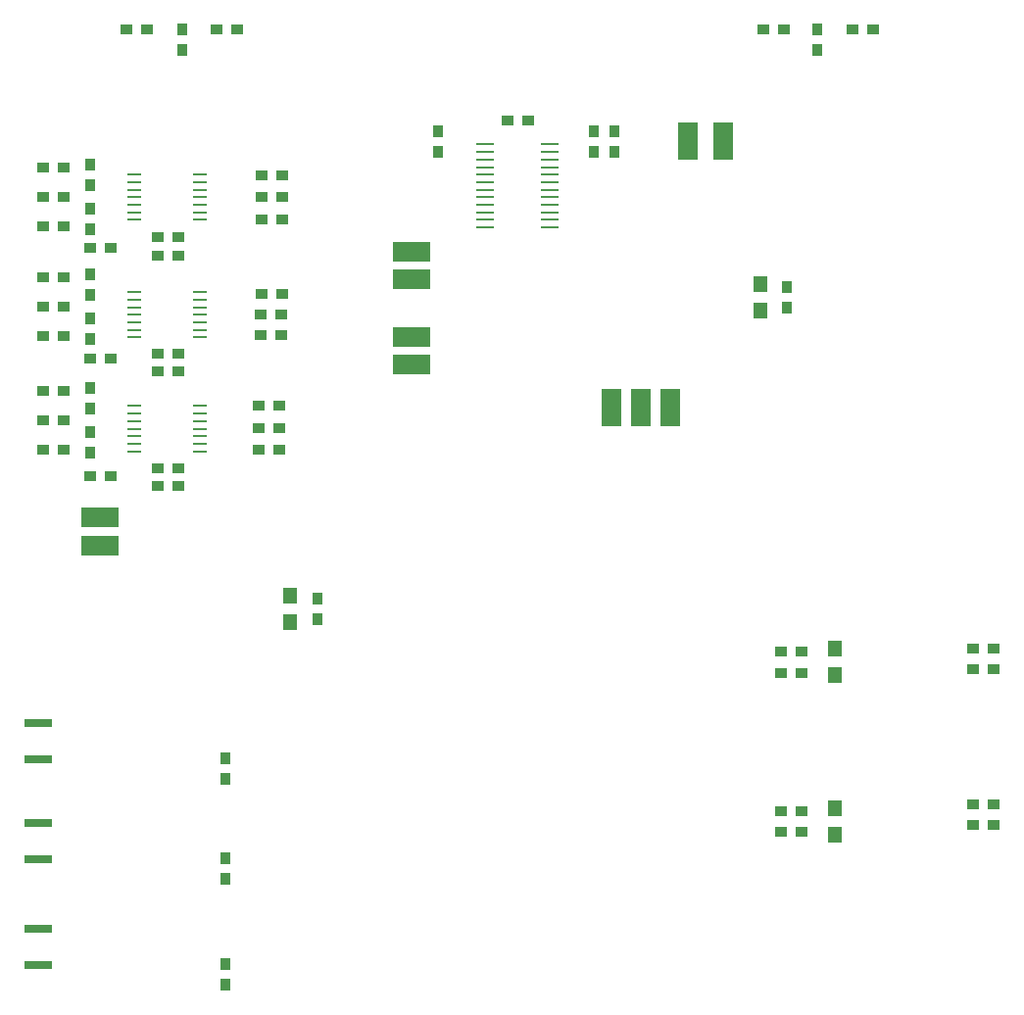
<source format=gbr>
G04 EasyPC Gerber Version 22.0 Build 4696 *
G04 #@! TF.Part,Single*
G04 #@! TF.FileFunction,Paste,Top *
G04 #@! TF.FilePolarity,Positive *
%FSLAX35Y35*%
%MOIN*%
G04 #@! TA.AperFunction,SMDPad*
%ADD95R,0.03537X0.03891*%
%ADD96R,0.05100X0.05600*%
%ADD98R,0.06600X0.13100*%
%ADD94R,0.05899X0.00781*%
%ADD92R,0.05112X0.00978*%
%ADD97R,0.09443X0.03143*%
%ADD93R,0.03891X0.03537*%
%ADD99R,0.13100X0.06600*%
X0Y0D02*
D02*
D92*
X125750Y216896D03*
Y219455D03*
Y222014D03*
Y224573D03*
Y227132D03*
Y229691D03*
Y232250D03*
Y255646D03*
Y258205D03*
Y260764D03*
Y263323D03*
Y265882D03*
Y268441D03*
Y271000D03*
Y295646D03*
Y298205D03*
Y300764D03*
Y303323D03*
Y305882D03*
Y308441D03*
Y311000D03*
X148388Y216896D03*
Y219455D03*
Y222014D03*
Y224573D03*
Y227132D03*
Y229691D03*
Y232250D03*
Y255646D03*
Y258205D03*
Y260764D03*
Y263323D03*
Y265882D03*
Y268441D03*
Y271000D03*
Y295646D03*
Y298205D03*
Y300764D03*
Y303323D03*
Y305882D03*
Y308441D03*
Y311000D03*
D02*
D93*
X94750Y217250D03*
Y227250D03*
Y237250D03*
Y256000D03*
Y266000D03*
Y276000D03*
Y293500D03*
Y303500D03*
Y313500D03*
X101750Y217250D03*
Y227250D03*
Y237250D03*
Y256000D03*
Y266000D03*
Y276000D03*
Y293500D03*
Y303500D03*
Y313500D03*
X111000Y208500D03*
Y248500D03*
Y286000D03*
X118000Y208500D03*
Y248500D03*
Y286000D03*
X123250Y360250D03*
X130250D03*
X133750Y205000D03*
Y211000D03*
Y244000D03*
Y250000D03*
Y283500D03*
X134000Y289750D03*
X140750Y205000D03*
Y211000D03*
Y244000D03*
Y250000D03*
Y283500D03*
X141000Y289750D03*
X153750Y360250D03*
X160750D03*
X168250Y217250D03*
Y224750D03*
Y232250D03*
X168750Y256250D03*
Y263250D03*
X169250Y270250D03*
Y295750D03*
Y303250D03*
Y310750D03*
X175250Y217250D03*
Y224750D03*
Y232250D03*
X175750Y256250D03*
Y263250D03*
X176250Y270250D03*
Y295750D03*
Y303250D03*
Y310750D03*
X252750Y329250D03*
X259750D03*
X339750Y360250D03*
X345750Y87250D03*
Y94250D03*
Y141250D03*
Y148750D03*
X346750Y360250D03*
X352750Y87250D03*
Y94250D03*
Y141250D03*
Y148750D03*
X370250Y360250D03*
X377250D03*
X411250Y89750D03*
Y96750D03*
Y142750D03*
Y149750D03*
X418250Y89750D03*
Y96750D03*
Y142750D03*
Y149750D03*
D02*
D94*
X245250Y293100D03*
Y295659D03*
Y298219D03*
Y300778D03*
Y303337D03*
Y305896D03*
Y308455D03*
Y311014D03*
Y313573D03*
Y316132D03*
Y318691D03*
Y321250D03*
X267297Y293100D03*
Y295659D03*
Y298219D03*
Y300778D03*
Y303337D03*
Y305896D03*
Y308455D03*
Y311014D03*
Y313573D03*
Y316132D03*
Y318691D03*
Y321250D03*
D02*
D95*
X110750Y216250D03*
Y223250D03*
Y231250D03*
Y238250D03*
Y255000D03*
Y262000D03*
Y270000D03*
Y277000D03*
Y292500D03*
Y299500D03*
Y307500D03*
Y314500D03*
X142250Y353250D03*
Y360250D03*
X156750Y35250D03*
Y42250D03*
Y71250D03*
Y78250D03*
Y105250D03*
Y112250D03*
X188250Y159750D03*
Y166750D03*
X229250Y318750D03*
Y325750D03*
X282250Y318750D03*
Y325750D03*
X289250Y318750D03*
Y325750D03*
X347750Y265750D03*
Y272750D03*
X358250Y353250D03*
Y360250D03*
D02*
D96*
X178750Y158750D03*
Y167750D03*
X338750Y264750D03*
Y273750D03*
X364250Y86250D03*
Y95250D03*
Y140750D03*
Y149750D03*
D02*
D97*
X93250Y42148D03*
Y54352D03*
Y78148D03*
Y90352D03*
Y112148D03*
Y124352D03*
D02*
D98*
X288250Y231750D03*
X298250D03*
X308250D03*
X314250Y322250D03*
X326250D03*
D02*
D99*
X114250Y184750D03*
Y194250D03*
X220250Y246250D03*
Y255750D03*
Y275250D03*
Y284750D03*
X0Y0D02*
M02*

</source>
